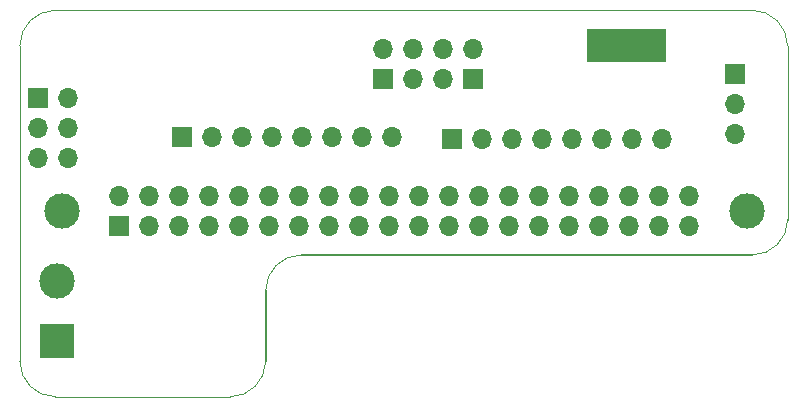
<source format=gbr>
G04 #@! TF.GenerationSoftware,KiCad,Pcbnew,(6.0.1)*
G04 #@! TF.CreationDate,2022-12-05T15:49:33+00:00*
G04 #@! TF.ProjectId,retropie-minicade-hat,72657472-6f70-4696-952d-6d696e696361,rev?*
G04 #@! TF.SameCoordinates,Original*
G04 #@! TF.FileFunction,Soldermask,Bot*
G04 #@! TF.FilePolarity,Negative*
%FSLAX46Y46*%
G04 Gerber Fmt 4.6, Leading zero omitted, Abs format (unit mm)*
G04 Created by KiCad (PCBNEW (6.0.1)) date 2022-12-05 15:49:33*
%MOMM*%
%LPD*%
G01*
G04 APERTURE LIST*
%ADD10C,0.100000*%
G04 #@! TA.AperFunction,Profile*
%ADD11C,0.100000*%
G04 #@! TD*
G04 #@! TA.AperFunction,Profile*
%ADD12C,0.150000*%
G04 #@! TD*
%ADD13C,3.000000*%
%ADD14R,1.700000X1.700000*%
%ADD15O,1.700000X1.700000*%
%ADD16R,3.000000X3.000000*%
G04 APERTURE END LIST*
D10*
X126492000Y-48895000D02*
X133096000Y-48895000D01*
X133096000Y-48895000D02*
X133096000Y-51562000D01*
X133096000Y-51562000D02*
X126492000Y-51562000D01*
X126492000Y-51562000D02*
X126492000Y-48895000D01*
G36*
X126492000Y-48895000D02*
G01*
X133096000Y-48895000D01*
X133096000Y-51562000D01*
X126492000Y-51562000D01*
X126492000Y-48895000D01*
G37*
D11*
X143510000Y-65024000D02*
X143499680Y-50291999D01*
X78499680Y-50291999D02*
X78499680Y-77013320D01*
D12*
X99314000Y-77018556D02*
X99314000Y-71013528D01*
D11*
X96314005Y-80013321D02*
G75*
G03*
X99314000Y-77018556I-2J3000002D01*
G01*
X140499680Y-47291999D02*
X81499680Y-47291999D01*
X81499680Y-80013320D02*
X96314005Y-80013320D01*
X102313995Y-68018763D02*
G75*
G03*
X99314000Y-71013528I2J-3000002D01*
G01*
D12*
X140510005Y-68018764D02*
X102313995Y-68018764D01*
D11*
X143499680Y-50291999D02*
G75*
G03*
X140499680Y-47291999I-3000001J-1D01*
G01*
X81499680Y-47291999D02*
G75*
G03*
X78499680Y-50291999I1J-3000001D01*
G01*
X140510005Y-68018765D02*
G75*
G03*
X143510000Y-65024000I-2J3000002D01*
G01*
X78499680Y-77013320D02*
G75*
G03*
X81499680Y-80013320I3000001J1D01*
G01*
D13*
X82040000Y-64310000D03*
X140040000Y-64330000D03*
D14*
X109220000Y-53086000D03*
D15*
X109220000Y-50546000D03*
X111760000Y-53086000D03*
X111760000Y-50546000D03*
D14*
X139065000Y-52720000D03*
D15*
X139065000Y-55260000D03*
X139065000Y-57800000D03*
D14*
X80010000Y-54737000D03*
D15*
X82550000Y-54737000D03*
X80010000Y-57277000D03*
X82550000Y-57277000D03*
X80010000Y-59817000D03*
X82550000Y-59817000D03*
D14*
X115077000Y-58166000D03*
D15*
X117617000Y-58166000D03*
X120157000Y-58166000D03*
X122697000Y-58166000D03*
X125237000Y-58166000D03*
X127777000Y-58166000D03*
X130317000Y-58166000D03*
X132857000Y-58166000D03*
D16*
X81661000Y-75311000D03*
D13*
X81661000Y-70231000D03*
D14*
X116845000Y-53091000D03*
D15*
X114305000Y-53091000D03*
X116845000Y-50551000D03*
X114305000Y-50551000D03*
D14*
X92217000Y-58039000D03*
D15*
X94757000Y-58039000D03*
X97297000Y-58039000D03*
X99837000Y-58039000D03*
X102377000Y-58039000D03*
X104917000Y-58039000D03*
X107457000Y-58039000D03*
X109997000Y-58039000D03*
D14*
X86920000Y-65590000D03*
D15*
X86920000Y-63050000D03*
X89460000Y-65590000D03*
X89460000Y-63050000D03*
X92000000Y-65590000D03*
X92000000Y-63050000D03*
X94540000Y-65590000D03*
X94540000Y-63050000D03*
X97080000Y-65590000D03*
X97080000Y-63050000D03*
X99620000Y-65590000D03*
X99620000Y-63050000D03*
X102160000Y-65590000D03*
X102160000Y-63050000D03*
X104700000Y-65590000D03*
X104700000Y-63050000D03*
X107240000Y-65590000D03*
X107240000Y-63050000D03*
X109780000Y-65590000D03*
X109780000Y-63050000D03*
X112320000Y-65590000D03*
X112320000Y-63050000D03*
X114860000Y-65590000D03*
X114860000Y-63050000D03*
X117400000Y-65590000D03*
X117400000Y-63050000D03*
X119940000Y-65590000D03*
X119940000Y-63050000D03*
X122480000Y-65590000D03*
X122480000Y-63050000D03*
X125020000Y-65590000D03*
X125020000Y-63050000D03*
X127560000Y-65590000D03*
X127560000Y-63050000D03*
X130100000Y-65590000D03*
X130100000Y-63050000D03*
X132640000Y-65590000D03*
X132640000Y-63050000D03*
X135180000Y-65590000D03*
X135180000Y-63050000D03*
M02*

</source>
